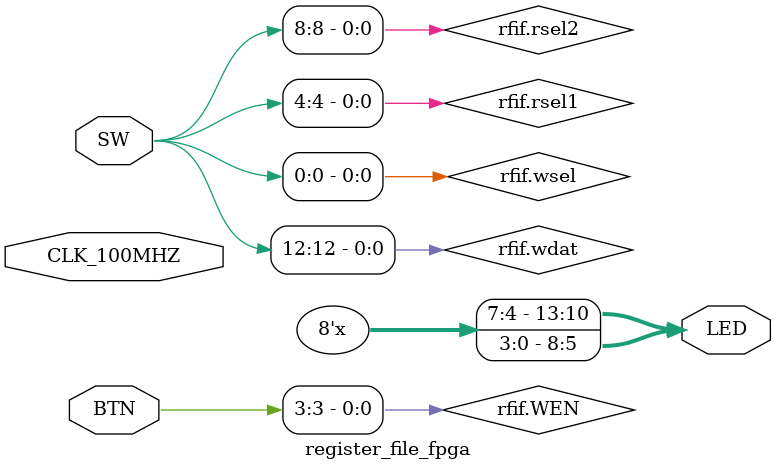
<source format=sv>
/*
  Eric Villasenor
  evillase@gmail.com
  Jimmy Jin
  mingze.jin01@gmail.com

  register file fpga wrapper
*/

// interface
`include "register_file_if.vh"

module register_file_fpga (
  input logic CLK_100MHZ,
  input logic [3:0] BTN,
  input logic [15:0] SW,
  output logic [15:0] LED
);

  // interface
  register_file_if rfif();
  // rf
  register_file RF(CLK_100MHZ, ~BTN[2], rfif);

  assign rfif.wsel = SW[3:0];
  assign rfif.rsel1 = SW[7:4];
  assign rfif.rsel2 = SW[11:8];
  assign rfif.wdat = {28'b0,SW[15:12]};
  
  assign rfif.WEN = BTN[3];
  assign LED[8:5] = rfif.rdat1[3:0];
  assign LED[13:10] = rfif.rdat2[3:0];

endmodule

</source>
